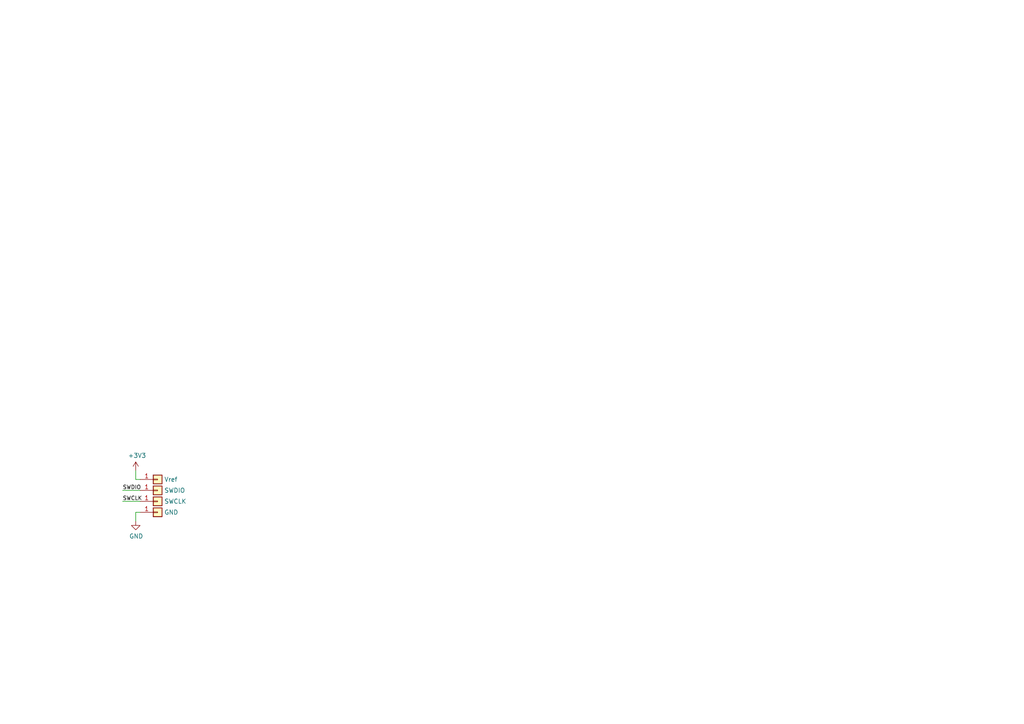
<source format=kicad_sch>
(kicad_sch (version 20211123) (generator eeschema)
  (paper "A4")
  (title_block (date "2018-08-19"))
  (lib_symbols
    (symbol "Connector_Generic:Conn_01x01" (pin_names (offset 1.016) hide)
      (property "Reference" "J" (at 0 2.54 0))
      (property "Value" "Conn_01x01" (at 0 -2.54 0))
      (symbol "Conn_01x01_1_1"
        (rectangle (start -1.27 0.127) (end 0 -0.127) (stroke (width 0.1524)))
        (rectangle (start -1.27 1.27) (end 1.27 -1.27) (stroke (width 0.254)) (fill (type background)))
        (pin passive line (at -5.08 0 0) (length 3.81) (name "Pin_1") (number "1"))
      )
    )
    (symbol "power:+3V3" (power) (pin_names (offset 0))
      (property "Value" "+3V3" (at 0 3.556 0))
      (symbol "+3V3_0_1"
        (polyline (pts (xy -0.762 1.27) (xy 0 2.54)))
        (polyline (pts (xy 0 0) (xy 0 2.54)))
        (polyline (pts (xy 0 2.54) (xy 0.762 1.27)))
      )
      (symbol "+3V3_1_1"
        (pin power_in line (at 0 0 90) (length 0) hide (name "+3V3") (number "1"))
      )
    )
    (symbol "power:GND" (power) (pin_names (offset 0))
      (property "Value" "GND" (at 0 -3.81 0))
      (symbol "GND_0_1"
        (polyline (pts (xy 0 0) (xy 0 -1.27) (xy 1.27 -1.27) (xy 0 -2.54) (xy -1.27 -1.27) (xy 0 -1.27)))
      )
      (symbol "GND_1_1"
        (pin power_in line (at 0 0 270) (length 0) hide (name "GND") (number "1"))
      )
    )
  )
  (wire (pts (xy 39.37 151.13) (xy 39.37 148.59)))
  (wire (pts (xy 35.56 145.415) (xy 40.64 145.415)))
  (wire (pts (xy 39.37 148.59) (xy 40.64 148.59)))
  (wire (pts (xy 40.64 139.065) (xy 39.37 139.065)))
  (wire (pts (xy 40.64 142.24) (xy 35.56 142.24)))
  (wire (pts (xy 39.37 139.065) (xy 39.37 136.525)))
  (label "SWCLK" (at 35.56 145.415 0) (effects (font (size 1.1176 1.1176))))
  (label "SWDIO" (at 35.56 142.24 0) (effects (font (size 1.1176 1.1176))))
  (symbol (lib_id "power:GND") (at 39.37 151.13 0) (unit 1)
    (property "Reference" "#PWR?" (effects hide))
    (property "Value" "GND" (at 39.497 155.5242 0))
  )
  (symbol (lib_id "power:+3V3") (at 39.37 136.525 0) (unit 1)
    (property "Reference" "#PWR?" (effects hide))
    (property "Value" "+3V3" (at 39.751 132.1308 0))
  )
  (symbol (lib_id "Connector_Generic:Conn_01x01") (at 45.72 139.065 0) (unit 1)
    (property "Reference" "J?" (effects hide))
    (property "Value" "Vref" (at 47.625 139.065 0) (effects (justify left)))
  )
  (symbol (lib_id "Connector_Generic:Conn_01x01") (at 45.72 142.24 0) (unit 1)
    (property "Reference" "J?" (effects hide))
    (property "Value" "SWDIO" (at 47.625 142.24 0) (effects (justify left)))
  )
  (symbol (lib_id "Connector_Generic:Conn_01x01") (at 45.72 145.415 0) (unit 1)
    (property "Reference" "J?" (effects hide))
    (property "Value" "SWCLK" (at 47.625 145.415 0) (effects (justify left)))
  )
  (symbol (lib_id "Connector_Generic:Conn_01x01") (at 45.72 148.59 0) (unit 1)
    (property "Reference" "J?" (effects hide))
    (property "Value" "GND" (at 47.625 148.59 0) (effects (justify left)))
  )
)
</source>
